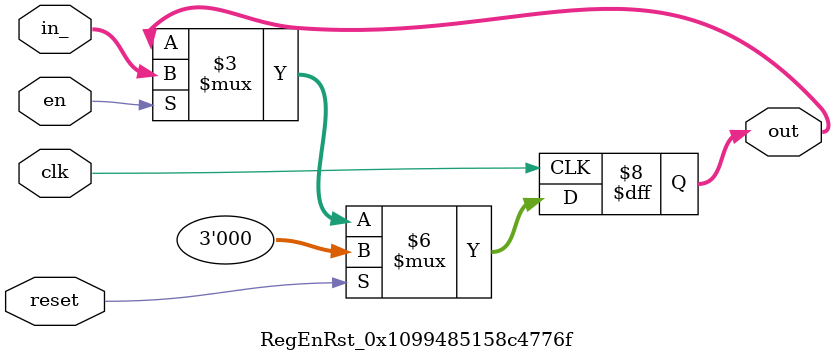
<source format=v>
`default_nettype none
module FIFO_0x53109b3a76d74daa
(
  input  wire [   0:0] clk,
  output reg  [   0:0] empty_o,
  output reg  [   0:0] full_o,
  output reg  [   0:0] one_left,
  output reg  [  31:0] rd_data_o,
  input  wire [   0:0] rd_en_i,
  input  wire [   0:0] reset,
  input  wire [  31:0] wr_data_i,
  input  wire [   0:0] wr_en_i
);

  // wire declarations
  wire   [  31:0] mem_data_out;


  // register declarations
  reg    [   0:0] empty_int;
  reg    [   0:0] full_or_empty;
  reg    [   2:0] write_pointer;

  // localparam declarations
  localparam aw = 2;

  // read_plus_1 temporaries
  wire   [   0:0] read_plus_1$clk;
  wire   [   2:0] read_plus_1$in0;
  wire   [   2:0] read_plus_1$in1;
  wire   [   0:0] read_plus_1$reset;
  wire   [   0:0] read_plus_1$cin;
  wire   [   0:0] read_plus_1$cout;
  wire   [   2:0] read_plus_1$out;

  Adder_0x64f9bb3b020d2b2c read_plus_1
  (
    .clk   ( read_plus_1$clk ),
    .in0   ( read_plus_1$in0 ),
    .in1   ( read_plus_1$in1 ),
    .reset ( read_plus_1$reset ),
    .cin   ( read_plus_1$cin ),
    .cout  ( read_plus_1$cout ),
    .out   ( read_plus_1$out )
  );

  // mem temporaries
  wire   [  31:0] mem$wdata;
  wire   [   1:0] mem$waddr;
  wire   [   0:0] mem$clk;
  wire   [   0:0] mem$wen;
  wire   [   0:0] mem$ren;
  wire   [   1:0] mem$raddr;
  wire   [   0:0] mem$reset;
  wire   [  31:0] mem$rdata;

  _RAM_0x5c7c7e4a8c4f475e mem
  (
    .wdata ( mem$wdata ),
    .waddr ( mem$waddr ),
    .clk   ( mem$clk ),
    .wen   ( mem$wen ),
    .ren   ( mem$ren ),
    .raddr ( mem$raddr ),
    .reset ( mem$reset ),
    .rdata ( mem$rdata )
  );

  // read_pointer temporaries
  wire   [   0:0] read_pointer$reset;
  wire   [   0:0] read_pointer$en;
  wire   [   0:0] read_pointer$clk;
  wire   [   2:0] read_pointer$in_;
  wire   [   2:0] read_pointer$out;

  RegEnRst_0x1099485158c4776f read_pointer
  (
    .reset ( read_pointer$reset ),
    .en    ( read_pointer$en ),
    .clk   ( read_pointer$clk ),
    .in_   ( read_pointer$in_ ),
    .out   ( read_pointer$out )
  );

  // signal connections
  assign mem$clk            = clk;
  assign mem$raddr          = read_pointer$out[1:0];
  assign mem$ren            = rd_en_i;
  assign mem$reset          = reset;
  assign mem$waddr          = write_pointer[1:0];
  assign mem$wdata          = wr_data_i;
  assign mem$wen            = wr_en_i;
  assign mem_data_out       = mem$rdata;
  assign read_plus_1$clk    = clk;
  assign read_plus_1$in0    = 3'd1;
  assign read_plus_1$in1    = read_pointer$out;
  assign read_plus_1$reset  = reset;
  assign read_pointer$clk   = clk;
  assign read_pointer$en    = rd_en_i;
  assign read_pointer$in_   = read_plus_1$out;
  assign read_pointer$reset = reset;


  // PYMTL SOURCE:
  //
  // @s.tick_rtl
  // def block_sync():
  //             if s.reset:
  //                 s.write_pointer.next = 0
  //             if s.wr_en_i:
  //                 s.write_pointer.next = s.write_pointer + 1

  // logic for block_sync()
  always @ (posedge clk) begin
    if (reset) begin
      write_pointer <= 0;
    end
    else begin
    end
    if (wr_en_i) begin
      write_pointer <= (write_pointer+1);
    end
    else begin
    end
  end

  // PYMTL SOURCE:
  //
  // @s.combinational
  // def block_comb():
  //             s.empty_int.value     = s.write_pointer[aw] == s.read_pointer.out[aw]
  //             s.full_or_empty.value = s.write_pointer[:aw] == s.read_pointer.out[:aw]
  //             s.full_o.value        = s.full_or_empty & ~s.empty_int
  //             s.empty_o.value       = s.full_or_empty & s.empty_int
  //             s.one_left.value      = (s.read_pointer.out + 1) == s.write_pointer
  //             s.rd_data_o.value     = s.mem_data_out if s.rd_en_i else 0

  // logic for block_comb()
  always @ (*) begin
    empty_int = (write_pointer[aw] == read_pointer$out[aw]);
    full_or_empty = (write_pointer[(aw)-1:0] == read_pointer$out[(aw)-1:0]);
    full_o = (full_or_empty&~empty_int);
    empty_o = (full_or_empty&empty_int);
    one_left = ((read_pointer$out+1) == write_pointer);
    rd_data_o = rd_en_i ? mem_data_out : 0;
  end


endmodule // FIFO_0x53109b3a76d74daa
`default_nettype wire

//-----------------------------------------------------------------------------
// Adder_0x64f9bb3b020d2b2c
//-----------------------------------------------------------------------------
// nbits: 3
// dump-vcd: False
// verilator-xinit: zeros
`default_nettype none
module Adder_0x64f9bb3b020d2b2c
(
  input  wire [   0:0] cin,
  input  wire [   0:0] clk,
  output wire [   0:0] cout,
  input  wire [   2:0] in0,
  input  wire [   2:0] in1,
  output wire [   2:0] out,
  input  wire [   0:0] reset
);

  // register declarations
  reg    [   3:0] t0__0;
  reg    [   3:0] t1__0;
  reg    [   3:0] temp;

  // localparam declarations
  localparam twidth = 4;

  // signal connections
  assign cout = temp[3];
  assign out  = temp[2:0];


  // PYMTL SOURCE:
  //
  // @s.combinational
  // def comb_logic():
  //
  //       # Zero extend the inputs by one bit so we can generate an extra
  //       # carry out bit
  //
  //       t0 = zext( s.in0, twidth )
  //       t1 = zext( s.in1, twidth )
  //
  //       s.temp.value = t0 + t1 + s.cin

  // logic for comb_logic()
  always @ (*) begin
    t0__0 = { { twidth-3 { 1'b0 } }, in0[2:0] };
    t1__0 = { { twidth-3 { 1'b0 } }, in1[2:0] };
    temp = ((t0__0+t1__0)+cin);
  end


endmodule // Adder_0x64f9bb3b020d2b2c
`default_nettype wire

//-----------------------------------------------------------------------------
// _RAM_0x5c7c7e4a8c4f475e
//-----------------------------------------------------------------------------
// num_entries: 4
// data_nbits: 32
// reset_value: 0
// dump-vcd: False
// verilator-xinit: zeros
`default_nettype none
module _RAM_0x5c7c7e4a8c4f475e
(
  input  wire [   0:0] clk,
  input  wire [   1:0] raddr,
  output reg  [  31:0] rdata,
  input  wire [   0:0] ren,
  input  wire [   0:0] reset,
  input  wire [   1:0] waddr,
  input  wire [  31:0] wdata,
  input  wire [   0:0] wen
);

  // wire declarations
  wire   [  31:0] mem$000;
  wire   [  31:0] mem$001;
  wire   [  31:0] mem$002;
  wire   [  31:0] mem$003;


  // localparam declarations
  localparam num_entries = 4;
  localparam reset_value = 0;

  // loop variable declarations
  integer i;


  // array declarations
  reg    [  31:0] mem[0:3];
  assign mem$000 = mem[  0];
  assign mem$001 = mem[  1];
  assign mem$002 = mem[  2];
  assign mem$003 = mem[  3];

  // PYMTL SOURCE:
  //
  // @s.posedge_clk
  // def seq_logic():
  //             if s.reset:
  //                 for i in xrange(s.num_entries):
  //                     s.mem[i].next = s.reset_value
  //             elif s.wen:
  //                 s.mem[s.waddr].next = s.wdata

  // logic for seq_logic()
  always @ (posedge clk) begin
    if (reset) begin
      for (i=0; i < num_entries; i=i+1)
      begin
        mem[i] <= reset_value;
      end
    end
    else begin
      if (wen) begin
        mem[waddr] <= wdata;
      end
      else begin
      end
    end
  end

  // PYMTL SOURCE:
  //
  // @s.combinational
  // def comb_logic():
  //             s.rdata.value = s.mem[ s.raddr ]

  // logic for comb_logic()
  always @ (*) begin
    rdata = mem[raddr];
  end


endmodule // _RAM_0x5c7c7e4a8c4f475e
`default_nettype wire

//-----------------------------------------------------------------------------
// RegEnRst_0x1099485158c4776f
//-----------------------------------------------------------------------------
// dtype: 3
// reset_value: 0
// dump-vcd: False
// verilator-xinit: zeros
`default_nettype none
module RegEnRst_0x1099485158c4776f
(
  input  wire [   0:0] clk,
  input  wire [   0:0] en,
  input  wire [   2:0] in_,
  output reg  [   2:0] out,
  input  wire [   0:0] reset
);

  // localparam declarations
  localparam reset_value = 0;



  // PYMTL SOURCE:
  //
  // @s.posedge_clk
  // def seq_logic():
  //       if s.reset:
  //         s.out.next = reset_value
  //       elif s.en:
  //         s.out.next = s.in_

  // logic for seq_logic()
  always @ (posedge clk) begin
    if (reset) begin
      out <= reset_value;
    end
    else begin
      if (en) begin
        out <= in_;
      end
      else begin
      end
    end
  end


endmodule // RegEnRst_0x1099485158c4776f
`default_nettype wire


</source>
